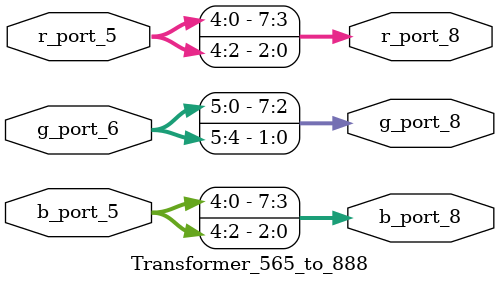
<source format=v>
`timescale 1ns / 1ps

module Transformer_565_to_888 (
    //input  wire        pclk,
    //input  wire        rstn,
    input  wire [4:0]  r_port_5,
    input  wire [5:0]  g_port_6,
    input  wire [4:0]  b_port_5,
    output reg  [7:0]  r_port_8,
    output reg  [7:0]  g_port_8,
    output reg  [7:0]  b_port_8
);

/*
// 순차 논리 version
always @(posedge pclk or negedge rstn) begin
    if (!rstn) begin
        r_port_8 <= 8'd0;
        g_port_8 <= 8'd0;
        b_port_8 <= 8'd0;
    end else begin
        r_port_8 <= {r_port_5, r_port_5[4:2]};
        g_port_8 <= {g_port_6, g_port_6[5:4]};
        b_port_8 <= {b_port_5, b_port_5[4:2]};
    end
end
*/

// 조합 논리 version
always @(*) begin
    r_port_8 <= {r_port_5, r_port_5[4:2]};
    g_port_8 <= {g_port_6, g_port_6[5:4]};
    b_port_8 <= {b_port_5, b_port_5[4:2]};
end

endmodule

</source>
